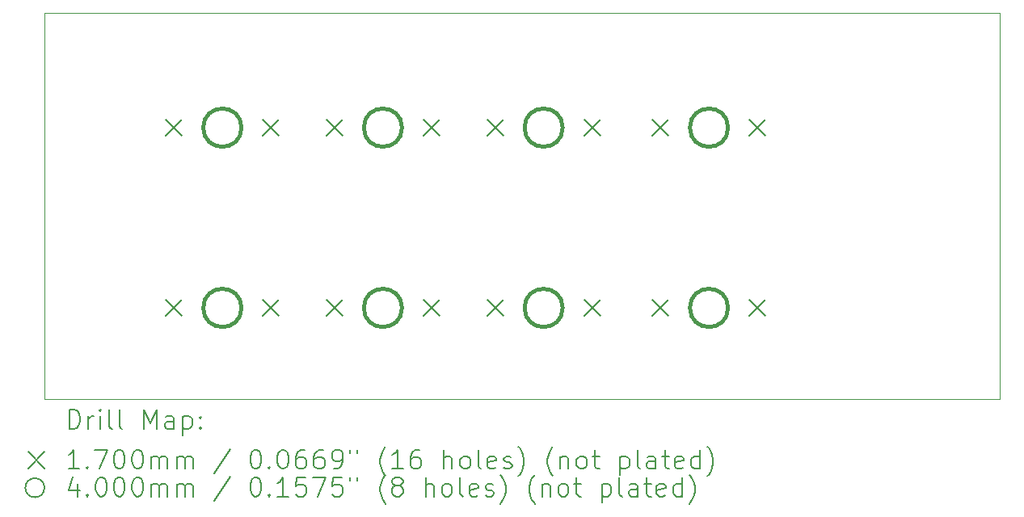
<source format=gbr>
%TF.GenerationSoftware,KiCad,Pcbnew,9.0.2*%
%TF.CreationDate,2025-06-25T22:16:46-04:00*%
%TF.ProjectId,Macropad,4d616372-6f70-4616-942e-6b696361645f,rev?*%
%TF.SameCoordinates,Original*%
%TF.FileFunction,Drillmap*%
%TF.FilePolarity,Positive*%
%FSLAX45Y45*%
G04 Gerber Fmt 4.5, Leading zero omitted, Abs format (unit mm)*
G04 Created by KiCad (PCBNEW 9.0.2) date 2025-06-25 22:16:46*
%MOMM*%
%LPD*%
G01*
G04 APERTURE LIST*
%ADD10C,0.050000*%
%ADD11C,0.200000*%
%ADD12C,0.170000*%
%ADD13C,0.400000*%
G04 APERTURE END LIST*
D10*
X8572500Y-5715000D02*
X18573750Y-5715000D01*
X18573750Y-9763125D01*
X8572500Y-9763125D01*
X8572500Y-5715000D01*
D11*
D12*
X9840875Y-6836500D02*
X10010875Y-7006500D01*
X10010875Y-6836500D02*
X9840875Y-7006500D01*
X9840875Y-8725625D02*
X10010875Y-8895625D01*
X10010875Y-8725625D02*
X9840875Y-8895625D01*
X10856875Y-6836500D02*
X11026875Y-7006500D01*
X11026875Y-6836500D02*
X10856875Y-7006500D01*
X10856875Y-8725625D02*
X11026875Y-8895625D01*
X11026875Y-8725625D02*
X10856875Y-8895625D01*
X11522750Y-6836500D02*
X11692750Y-7006500D01*
X11692750Y-6836500D02*
X11522750Y-7006500D01*
X11522750Y-8725625D02*
X11692750Y-8895625D01*
X11692750Y-8725625D02*
X11522750Y-8895625D01*
X12538750Y-6836500D02*
X12708750Y-7006500D01*
X12708750Y-6836500D02*
X12538750Y-7006500D01*
X12538750Y-8725625D02*
X12708750Y-8895625D01*
X12708750Y-8725625D02*
X12538750Y-8895625D01*
X13206375Y-6836500D02*
X13376375Y-7006500D01*
X13376375Y-6836500D02*
X13206375Y-7006500D01*
X13206375Y-8725625D02*
X13376375Y-8895625D01*
X13376375Y-8725625D02*
X13206375Y-8895625D01*
X14222375Y-6836500D02*
X14392375Y-7006500D01*
X14392375Y-6836500D02*
X14222375Y-7006500D01*
X14222375Y-8725625D02*
X14392375Y-8895625D01*
X14392375Y-8725625D02*
X14222375Y-8895625D01*
X14938500Y-6836500D02*
X15108500Y-7006500D01*
X15108500Y-6836500D02*
X14938500Y-7006500D01*
X14938500Y-8725625D02*
X15108500Y-8895625D01*
X15108500Y-8725625D02*
X14938500Y-8895625D01*
X15954500Y-6836500D02*
X16124500Y-7006500D01*
X16124500Y-6836500D02*
X15954500Y-7006500D01*
X15954500Y-8725625D02*
X16124500Y-8895625D01*
X16124500Y-8725625D02*
X15954500Y-8895625D01*
D13*
X10633875Y-6921500D02*
G75*
G02*
X10233875Y-6921500I-200000J0D01*
G01*
X10233875Y-6921500D02*
G75*
G02*
X10633875Y-6921500I200000J0D01*
G01*
X10633875Y-8810625D02*
G75*
G02*
X10233875Y-8810625I-200000J0D01*
G01*
X10233875Y-8810625D02*
G75*
G02*
X10633875Y-8810625I200000J0D01*
G01*
X12315750Y-6921500D02*
G75*
G02*
X11915750Y-6921500I-200000J0D01*
G01*
X11915750Y-6921500D02*
G75*
G02*
X12315750Y-6921500I200000J0D01*
G01*
X12315750Y-8810625D02*
G75*
G02*
X11915750Y-8810625I-200000J0D01*
G01*
X11915750Y-8810625D02*
G75*
G02*
X12315750Y-8810625I200000J0D01*
G01*
X13999375Y-6921500D02*
G75*
G02*
X13599375Y-6921500I-200000J0D01*
G01*
X13599375Y-6921500D02*
G75*
G02*
X13999375Y-6921500I200000J0D01*
G01*
X13999375Y-8810625D02*
G75*
G02*
X13599375Y-8810625I-200000J0D01*
G01*
X13599375Y-8810625D02*
G75*
G02*
X13999375Y-8810625I200000J0D01*
G01*
X15731500Y-6921500D02*
G75*
G02*
X15331500Y-6921500I-200000J0D01*
G01*
X15331500Y-6921500D02*
G75*
G02*
X15731500Y-6921500I200000J0D01*
G01*
X15731500Y-8810625D02*
G75*
G02*
X15331500Y-8810625I-200000J0D01*
G01*
X15331500Y-8810625D02*
G75*
G02*
X15731500Y-8810625I200000J0D01*
G01*
D11*
X8830777Y-10077109D02*
X8830777Y-9877109D01*
X8830777Y-9877109D02*
X8878396Y-9877109D01*
X8878396Y-9877109D02*
X8906967Y-9886633D01*
X8906967Y-9886633D02*
X8926015Y-9905680D01*
X8926015Y-9905680D02*
X8935539Y-9924728D01*
X8935539Y-9924728D02*
X8945063Y-9962823D01*
X8945063Y-9962823D02*
X8945063Y-9991395D01*
X8945063Y-9991395D02*
X8935539Y-10029490D01*
X8935539Y-10029490D02*
X8926015Y-10048537D01*
X8926015Y-10048537D02*
X8906967Y-10067585D01*
X8906967Y-10067585D02*
X8878396Y-10077109D01*
X8878396Y-10077109D02*
X8830777Y-10077109D01*
X9030777Y-10077109D02*
X9030777Y-9943775D01*
X9030777Y-9981871D02*
X9040301Y-9962823D01*
X9040301Y-9962823D02*
X9049824Y-9953299D01*
X9049824Y-9953299D02*
X9068872Y-9943775D01*
X9068872Y-9943775D02*
X9087920Y-9943775D01*
X9154586Y-10077109D02*
X9154586Y-9943775D01*
X9154586Y-9877109D02*
X9145063Y-9886633D01*
X9145063Y-9886633D02*
X9154586Y-9896156D01*
X9154586Y-9896156D02*
X9164110Y-9886633D01*
X9164110Y-9886633D02*
X9154586Y-9877109D01*
X9154586Y-9877109D02*
X9154586Y-9896156D01*
X9278396Y-10077109D02*
X9259348Y-10067585D01*
X9259348Y-10067585D02*
X9249824Y-10048537D01*
X9249824Y-10048537D02*
X9249824Y-9877109D01*
X9383158Y-10077109D02*
X9364110Y-10067585D01*
X9364110Y-10067585D02*
X9354586Y-10048537D01*
X9354586Y-10048537D02*
X9354586Y-9877109D01*
X9611729Y-10077109D02*
X9611729Y-9877109D01*
X9611729Y-9877109D02*
X9678396Y-10019966D01*
X9678396Y-10019966D02*
X9745063Y-9877109D01*
X9745063Y-9877109D02*
X9745063Y-10077109D01*
X9926015Y-10077109D02*
X9926015Y-9972347D01*
X9926015Y-9972347D02*
X9916491Y-9953299D01*
X9916491Y-9953299D02*
X9897444Y-9943775D01*
X9897444Y-9943775D02*
X9859348Y-9943775D01*
X9859348Y-9943775D02*
X9840301Y-9953299D01*
X9926015Y-10067585D02*
X9906967Y-10077109D01*
X9906967Y-10077109D02*
X9859348Y-10077109D01*
X9859348Y-10077109D02*
X9840301Y-10067585D01*
X9840301Y-10067585D02*
X9830777Y-10048537D01*
X9830777Y-10048537D02*
X9830777Y-10029490D01*
X9830777Y-10029490D02*
X9840301Y-10010442D01*
X9840301Y-10010442D02*
X9859348Y-10000918D01*
X9859348Y-10000918D02*
X9906967Y-10000918D01*
X9906967Y-10000918D02*
X9926015Y-9991395D01*
X10021253Y-9943775D02*
X10021253Y-10143775D01*
X10021253Y-9953299D02*
X10040301Y-9943775D01*
X10040301Y-9943775D02*
X10078396Y-9943775D01*
X10078396Y-9943775D02*
X10097444Y-9953299D01*
X10097444Y-9953299D02*
X10106967Y-9962823D01*
X10106967Y-9962823D02*
X10116491Y-9981871D01*
X10116491Y-9981871D02*
X10116491Y-10039014D01*
X10116491Y-10039014D02*
X10106967Y-10058061D01*
X10106967Y-10058061D02*
X10097444Y-10067585D01*
X10097444Y-10067585D02*
X10078396Y-10077109D01*
X10078396Y-10077109D02*
X10040301Y-10077109D01*
X10040301Y-10077109D02*
X10021253Y-10067585D01*
X10202205Y-10058061D02*
X10211729Y-10067585D01*
X10211729Y-10067585D02*
X10202205Y-10077109D01*
X10202205Y-10077109D02*
X10192682Y-10067585D01*
X10192682Y-10067585D02*
X10202205Y-10058061D01*
X10202205Y-10058061D02*
X10202205Y-10077109D01*
X10202205Y-9953299D02*
X10211729Y-9962823D01*
X10211729Y-9962823D02*
X10202205Y-9972347D01*
X10202205Y-9972347D02*
X10192682Y-9962823D01*
X10192682Y-9962823D02*
X10202205Y-9953299D01*
X10202205Y-9953299D02*
X10202205Y-9972347D01*
D12*
X8400000Y-10320625D02*
X8570000Y-10490625D01*
X8570000Y-10320625D02*
X8400000Y-10490625D01*
D11*
X8935539Y-10497109D02*
X8821253Y-10497109D01*
X8878396Y-10497109D02*
X8878396Y-10297109D01*
X8878396Y-10297109D02*
X8859348Y-10325680D01*
X8859348Y-10325680D02*
X8840301Y-10344728D01*
X8840301Y-10344728D02*
X8821253Y-10354252D01*
X9021253Y-10478061D02*
X9030777Y-10487585D01*
X9030777Y-10487585D02*
X9021253Y-10497109D01*
X9021253Y-10497109D02*
X9011729Y-10487585D01*
X9011729Y-10487585D02*
X9021253Y-10478061D01*
X9021253Y-10478061D02*
X9021253Y-10497109D01*
X9097444Y-10297109D02*
X9230777Y-10297109D01*
X9230777Y-10297109D02*
X9145063Y-10497109D01*
X9345063Y-10297109D02*
X9364110Y-10297109D01*
X9364110Y-10297109D02*
X9383158Y-10306633D01*
X9383158Y-10306633D02*
X9392682Y-10316156D01*
X9392682Y-10316156D02*
X9402205Y-10335204D01*
X9402205Y-10335204D02*
X9411729Y-10373299D01*
X9411729Y-10373299D02*
X9411729Y-10420918D01*
X9411729Y-10420918D02*
X9402205Y-10459014D01*
X9402205Y-10459014D02*
X9392682Y-10478061D01*
X9392682Y-10478061D02*
X9383158Y-10487585D01*
X9383158Y-10487585D02*
X9364110Y-10497109D01*
X9364110Y-10497109D02*
X9345063Y-10497109D01*
X9345063Y-10497109D02*
X9326015Y-10487585D01*
X9326015Y-10487585D02*
X9316491Y-10478061D01*
X9316491Y-10478061D02*
X9306967Y-10459014D01*
X9306967Y-10459014D02*
X9297444Y-10420918D01*
X9297444Y-10420918D02*
X9297444Y-10373299D01*
X9297444Y-10373299D02*
X9306967Y-10335204D01*
X9306967Y-10335204D02*
X9316491Y-10316156D01*
X9316491Y-10316156D02*
X9326015Y-10306633D01*
X9326015Y-10306633D02*
X9345063Y-10297109D01*
X9535539Y-10297109D02*
X9554586Y-10297109D01*
X9554586Y-10297109D02*
X9573634Y-10306633D01*
X9573634Y-10306633D02*
X9583158Y-10316156D01*
X9583158Y-10316156D02*
X9592682Y-10335204D01*
X9592682Y-10335204D02*
X9602205Y-10373299D01*
X9602205Y-10373299D02*
X9602205Y-10420918D01*
X9602205Y-10420918D02*
X9592682Y-10459014D01*
X9592682Y-10459014D02*
X9583158Y-10478061D01*
X9583158Y-10478061D02*
X9573634Y-10487585D01*
X9573634Y-10487585D02*
X9554586Y-10497109D01*
X9554586Y-10497109D02*
X9535539Y-10497109D01*
X9535539Y-10497109D02*
X9516491Y-10487585D01*
X9516491Y-10487585D02*
X9506967Y-10478061D01*
X9506967Y-10478061D02*
X9497444Y-10459014D01*
X9497444Y-10459014D02*
X9487920Y-10420918D01*
X9487920Y-10420918D02*
X9487920Y-10373299D01*
X9487920Y-10373299D02*
X9497444Y-10335204D01*
X9497444Y-10335204D02*
X9506967Y-10316156D01*
X9506967Y-10316156D02*
X9516491Y-10306633D01*
X9516491Y-10306633D02*
X9535539Y-10297109D01*
X9687920Y-10497109D02*
X9687920Y-10363775D01*
X9687920Y-10382823D02*
X9697444Y-10373299D01*
X9697444Y-10373299D02*
X9716491Y-10363775D01*
X9716491Y-10363775D02*
X9745063Y-10363775D01*
X9745063Y-10363775D02*
X9764110Y-10373299D01*
X9764110Y-10373299D02*
X9773634Y-10392347D01*
X9773634Y-10392347D02*
X9773634Y-10497109D01*
X9773634Y-10392347D02*
X9783158Y-10373299D01*
X9783158Y-10373299D02*
X9802205Y-10363775D01*
X9802205Y-10363775D02*
X9830777Y-10363775D01*
X9830777Y-10363775D02*
X9849825Y-10373299D01*
X9849825Y-10373299D02*
X9859348Y-10392347D01*
X9859348Y-10392347D02*
X9859348Y-10497109D01*
X9954586Y-10497109D02*
X9954586Y-10363775D01*
X9954586Y-10382823D02*
X9964110Y-10373299D01*
X9964110Y-10373299D02*
X9983158Y-10363775D01*
X9983158Y-10363775D02*
X10011729Y-10363775D01*
X10011729Y-10363775D02*
X10030777Y-10373299D01*
X10030777Y-10373299D02*
X10040301Y-10392347D01*
X10040301Y-10392347D02*
X10040301Y-10497109D01*
X10040301Y-10392347D02*
X10049825Y-10373299D01*
X10049825Y-10373299D02*
X10068872Y-10363775D01*
X10068872Y-10363775D02*
X10097444Y-10363775D01*
X10097444Y-10363775D02*
X10116491Y-10373299D01*
X10116491Y-10373299D02*
X10126015Y-10392347D01*
X10126015Y-10392347D02*
X10126015Y-10497109D01*
X10516491Y-10287585D02*
X10345063Y-10544728D01*
X10773634Y-10297109D02*
X10792682Y-10297109D01*
X10792682Y-10297109D02*
X10811729Y-10306633D01*
X10811729Y-10306633D02*
X10821253Y-10316156D01*
X10821253Y-10316156D02*
X10830777Y-10335204D01*
X10830777Y-10335204D02*
X10840301Y-10373299D01*
X10840301Y-10373299D02*
X10840301Y-10420918D01*
X10840301Y-10420918D02*
X10830777Y-10459014D01*
X10830777Y-10459014D02*
X10821253Y-10478061D01*
X10821253Y-10478061D02*
X10811729Y-10487585D01*
X10811729Y-10487585D02*
X10792682Y-10497109D01*
X10792682Y-10497109D02*
X10773634Y-10497109D01*
X10773634Y-10497109D02*
X10754587Y-10487585D01*
X10754587Y-10487585D02*
X10745063Y-10478061D01*
X10745063Y-10478061D02*
X10735539Y-10459014D01*
X10735539Y-10459014D02*
X10726015Y-10420918D01*
X10726015Y-10420918D02*
X10726015Y-10373299D01*
X10726015Y-10373299D02*
X10735539Y-10335204D01*
X10735539Y-10335204D02*
X10745063Y-10316156D01*
X10745063Y-10316156D02*
X10754587Y-10306633D01*
X10754587Y-10306633D02*
X10773634Y-10297109D01*
X10926015Y-10478061D02*
X10935539Y-10487585D01*
X10935539Y-10487585D02*
X10926015Y-10497109D01*
X10926015Y-10497109D02*
X10916491Y-10487585D01*
X10916491Y-10487585D02*
X10926015Y-10478061D01*
X10926015Y-10478061D02*
X10926015Y-10497109D01*
X11059348Y-10297109D02*
X11078396Y-10297109D01*
X11078396Y-10297109D02*
X11097444Y-10306633D01*
X11097444Y-10306633D02*
X11106968Y-10316156D01*
X11106968Y-10316156D02*
X11116491Y-10335204D01*
X11116491Y-10335204D02*
X11126015Y-10373299D01*
X11126015Y-10373299D02*
X11126015Y-10420918D01*
X11126015Y-10420918D02*
X11116491Y-10459014D01*
X11116491Y-10459014D02*
X11106968Y-10478061D01*
X11106968Y-10478061D02*
X11097444Y-10487585D01*
X11097444Y-10487585D02*
X11078396Y-10497109D01*
X11078396Y-10497109D02*
X11059348Y-10497109D01*
X11059348Y-10497109D02*
X11040301Y-10487585D01*
X11040301Y-10487585D02*
X11030777Y-10478061D01*
X11030777Y-10478061D02*
X11021253Y-10459014D01*
X11021253Y-10459014D02*
X11011729Y-10420918D01*
X11011729Y-10420918D02*
X11011729Y-10373299D01*
X11011729Y-10373299D02*
X11021253Y-10335204D01*
X11021253Y-10335204D02*
X11030777Y-10316156D01*
X11030777Y-10316156D02*
X11040301Y-10306633D01*
X11040301Y-10306633D02*
X11059348Y-10297109D01*
X11297444Y-10297109D02*
X11259348Y-10297109D01*
X11259348Y-10297109D02*
X11240301Y-10306633D01*
X11240301Y-10306633D02*
X11230777Y-10316156D01*
X11230777Y-10316156D02*
X11211729Y-10344728D01*
X11211729Y-10344728D02*
X11202206Y-10382823D01*
X11202206Y-10382823D02*
X11202206Y-10459014D01*
X11202206Y-10459014D02*
X11211729Y-10478061D01*
X11211729Y-10478061D02*
X11221253Y-10487585D01*
X11221253Y-10487585D02*
X11240301Y-10497109D01*
X11240301Y-10497109D02*
X11278396Y-10497109D01*
X11278396Y-10497109D02*
X11297444Y-10487585D01*
X11297444Y-10487585D02*
X11306967Y-10478061D01*
X11306967Y-10478061D02*
X11316491Y-10459014D01*
X11316491Y-10459014D02*
X11316491Y-10411395D01*
X11316491Y-10411395D02*
X11306967Y-10392347D01*
X11306967Y-10392347D02*
X11297444Y-10382823D01*
X11297444Y-10382823D02*
X11278396Y-10373299D01*
X11278396Y-10373299D02*
X11240301Y-10373299D01*
X11240301Y-10373299D02*
X11221253Y-10382823D01*
X11221253Y-10382823D02*
X11211729Y-10392347D01*
X11211729Y-10392347D02*
X11202206Y-10411395D01*
X11487920Y-10297109D02*
X11449825Y-10297109D01*
X11449825Y-10297109D02*
X11430777Y-10306633D01*
X11430777Y-10306633D02*
X11421253Y-10316156D01*
X11421253Y-10316156D02*
X11402206Y-10344728D01*
X11402206Y-10344728D02*
X11392682Y-10382823D01*
X11392682Y-10382823D02*
X11392682Y-10459014D01*
X11392682Y-10459014D02*
X11402206Y-10478061D01*
X11402206Y-10478061D02*
X11411729Y-10487585D01*
X11411729Y-10487585D02*
X11430777Y-10497109D01*
X11430777Y-10497109D02*
X11468872Y-10497109D01*
X11468872Y-10497109D02*
X11487920Y-10487585D01*
X11487920Y-10487585D02*
X11497444Y-10478061D01*
X11497444Y-10478061D02*
X11506967Y-10459014D01*
X11506967Y-10459014D02*
X11506967Y-10411395D01*
X11506967Y-10411395D02*
X11497444Y-10392347D01*
X11497444Y-10392347D02*
X11487920Y-10382823D01*
X11487920Y-10382823D02*
X11468872Y-10373299D01*
X11468872Y-10373299D02*
X11430777Y-10373299D01*
X11430777Y-10373299D02*
X11411729Y-10382823D01*
X11411729Y-10382823D02*
X11402206Y-10392347D01*
X11402206Y-10392347D02*
X11392682Y-10411395D01*
X11602206Y-10497109D02*
X11640301Y-10497109D01*
X11640301Y-10497109D02*
X11659348Y-10487585D01*
X11659348Y-10487585D02*
X11668872Y-10478061D01*
X11668872Y-10478061D02*
X11687920Y-10449490D01*
X11687920Y-10449490D02*
X11697444Y-10411395D01*
X11697444Y-10411395D02*
X11697444Y-10335204D01*
X11697444Y-10335204D02*
X11687920Y-10316156D01*
X11687920Y-10316156D02*
X11678396Y-10306633D01*
X11678396Y-10306633D02*
X11659348Y-10297109D01*
X11659348Y-10297109D02*
X11621253Y-10297109D01*
X11621253Y-10297109D02*
X11602206Y-10306633D01*
X11602206Y-10306633D02*
X11592682Y-10316156D01*
X11592682Y-10316156D02*
X11583158Y-10335204D01*
X11583158Y-10335204D02*
X11583158Y-10382823D01*
X11583158Y-10382823D02*
X11592682Y-10401871D01*
X11592682Y-10401871D02*
X11602206Y-10411395D01*
X11602206Y-10411395D02*
X11621253Y-10420918D01*
X11621253Y-10420918D02*
X11659348Y-10420918D01*
X11659348Y-10420918D02*
X11678396Y-10411395D01*
X11678396Y-10411395D02*
X11687920Y-10401871D01*
X11687920Y-10401871D02*
X11697444Y-10382823D01*
X11773634Y-10297109D02*
X11773634Y-10335204D01*
X11849825Y-10297109D02*
X11849825Y-10335204D01*
X12145063Y-10573299D02*
X12135539Y-10563775D01*
X12135539Y-10563775D02*
X12116491Y-10535204D01*
X12116491Y-10535204D02*
X12106968Y-10516156D01*
X12106968Y-10516156D02*
X12097444Y-10487585D01*
X12097444Y-10487585D02*
X12087920Y-10439966D01*
X12087920Y-10439966D02*
X12087920Y-10401871D01*
X12087920Y-10401871D02*
X12097444Y-10354252D01*
X12097444Y-10354252D02*
X12106968Y-10325680D01*
X12106968Y-10325680D02*
X12116491Y-10306633D01*
X12116491Y-10306633D02*
X12135539Y-10278061D01*
X12135539Y-10278061D02*
X12145063Y-10268537D01*
X12326015Y-10497109D02*
X12211729Y-10497109D01*
X12268872Y-10497109D02*
X12268872Y-10297109D01*
X12268872Y-10297109D02*
X12249825Y-10325680D01*
X12249825Y-10325680D02*
X12230777Y-10344728D01*
X12230777Y-10344728D02*
X12211729Y-10354252D01*
X12497444Y-10297109D02*
X12459348Y-10297109D01*
X12459348Y-10297109D02*
X12440301Y-10306633D01*
X12440301Y-10306633D02*
X12430777Y-10316156D01*
X12430777Y-10316156D02*
X12411729Y-10344728D01*
X12411729Y-10344728D02*
X12402206Y-10382823D01*
X12402206Y-10382823D02*
X12402206Y-10459014D01*
X12402206Y-10459014D02*
X12411729Y-10478061D01*
X12411729Y-10478061D02*
X12421253Y-10487585D01*
X12421253Y-10487585D02*
X12440301Y-10497109D01*
X12440301Y-10497109D02*
X12478396Y-10497109D01*
X12478396Y-10497109D02*
X12497444Y-10487585D01*
X12497444Y-10487585D02*
X12506968Y-10478061D01*
X12506968Y-10478061D02*
X12516491Y-10459014D01*
X12516491Y-10459014D02*
X12516491Y-10411395D01*
X12516491Y-10411395D02*
X12506968Y-10392347D01*
X12506968Y-10392347D02*
X12497444Y-10382823D01*
X12497444Y-10382823D02*
X12478396Y-10373299D01*
X12478396Y-10373299D02*
X12440301Y-10373299D01*
X12440301Y-10373299D02*
X12421253Y-10382823D01*
X12421253Y-10382823D02*
X12411729Y-10392347D01*
X12411729Y-10392347D02*
X12402206Y-10411395D01*
X12754587Y-10497109D02*
X12754587Y-10297109D01*
X12840301Y-10497109D02*
X12840301Y-10392347D01*
X12840301Y-10392347D02*
X12830777Y-10373299D01*
X12830777Y-10373299D02*
X12811730Y-10363775D01*
X12811730Y-10363775D02*
X12783158Y-10363775D01*
X12783158Y-10363775D02*
X12764110Y-10373299D01*
X12764110Y-10373299D02*
X12754587Y-10382823D01*
X12964110Y-10497109D02*
X12945063Y-10487585D01*
X12945063Y-10487585D02*
X12935539Y-10478061D01*
X12935539Y-10478061D02*
X12926015Y-10459014D01*
X12926015Y-10459014D02*
X12926015Y-10401871D01*
X12926015Y-10401871D02*
X12935539Y-10382823D01*
X12935539Y-10382823D02*
X12945063Y-10373299D01*
X12945063Y-10373299D02*
X12964110Y-10363775D01*
X12964110Y-10363775D02*
X12992682Y-10363775D01*
X12992682Y-10363775D02*
X13011730Y-10373299D01*
X13011730Y-10373299D02*
X13021253Y-10382823D01*
X13021253Y-10382823D02*
X13030777Y-10401871D01*
X13030777Y-10401871D02*
X13030777Y-10459014D01*
X13030777Y-10459014D02*
X13021253Y-10478061D01*
X13021253Y-10478061D02*
X13011730Y-10487585D01*
X13011730Y-10487585D02*
X12992682Y-10497109D01*
X12992682Y-10497109D02*
X12964110Y-10497109D01*
X13145063Y-10497109D02*
X13126015Y-10487585D01*
X13126015Y-10487585D02*
X13116491Y-10468537D01*
X13116491Y-10468537D02*
X13116491Y-10297109D01*
X13297444Y-10487585D02*
X13278396Y-10497109D01*
X13278396Y-10497109D02*
X13240301Y-10497109D01*
X13240301Y-10497109D02*
X13221253Y-10487585D01*
X13221253Y-10487585D02*
X13211730Y-10468537D01*
X13211730Y-10468537D02*
X13211730Y-10392347D01*
X13211730Y-10392347D02*
X13221253Y-10373299D01*
X13221253Y-10373299D02*
X13240301Y-10363775D01*
X13240301Y-10363775D02*
X13278396Y-10363775D01*
X13278396Y-10363775D02*
X13297444Y-10373299D01*
X13297444Y-10373299D02*
X13306968Y-10392347D01*
X13306968Y-10392347D02*
X13306968Y-10411395D01*
X13306968Y-10411395D02*
X13211730Y-10430442D01*
X13383158Y-10487585D02*
X13402206Y-10497109D01*
X13402206Y-10497109D02*
X13440301Y-10497109D01*
X13440301Y-10497109D02*
X13459349Y-10487585D01*
X13459349Y-10487585D02*
X13468872Y-10468537D01*
X13468872Y-10468537D02*
X13468872Y-10459014D01*
X13468872Y-10459014D02*
X13459349Y-10439966D01*
X13459349Y-10439966D02*
X13440301Y-10430442D01*
X13440301Y-10430442D02*
X13411730Y-10430442D01*
X13411730Y-10430442D02*
X13392682Y-10420918D01*
X13392682Y-10420918D02*
X13383158Y-10401871D01*
X13383158Y-10401871D02*
X13383158Y-10392347D01*
X13383158Y-10392347D02*
X13392682Y-10373299D01*
X13392682Y-10373299D02*
X13411730Y-10363775D01*
X13411730Y-10363775D02*
X13440301Y-10363775D01*
X13440301Y-10363775D02*
X13459349Y-10373299D01*
X13535539Y-10573299D02*
X13545063Y-10563775D01*
X13545063Y-10563775D02*
X13564111Y-10535204D01*
X13564111Y-10535204D02*
X13573634Y-10516156D01*
X13573634Y-10516156D02*
X13583158Y-10487585D01*
X13583158Y-10487585D02*
X13592682Y-10439966D01*
X13592682Y-10439966D02*
X13592682Y-10401871D01*
X13592682Y-10401871D02*
X13583158Y-10354252D01*
X13583158Y-10354252D02*
X13573634Y-10325680D01*
X13573634Y-10325680D02*
X13564111Y-10306633D01*
X13564111Y-10306633D02*
X13545063Y-10278061D01*
X13545063Y-10278061D02*
X13535539Y-10268537D01*
X13897444Y-10573299D02*
X13887920Y-10563775D01*
X13887920Y-10563775D02*
X13868872Y-10535204D01*
X13868872Y-10535204D02*
X13859349Y-10516156D01*
X13859349Y-10516156D02*
X13849825Y-10487585D01*
X13849825Y-10487585D02*
X13840301Y-10439966D01*
X13840301Y-10439966D02*
X13840301Y-10401871D01*
X13840301Y-10401871D02*
X13849825Y-10354252D01*
X13849825Y-10354252D02*
X13859349Y-10325680D01*
X13859349Y-10325680D02*
X13868872Y-10306633D01*
X13868872Y-10306633D02*
X13887920Y-10278061D01*
X13887920Y-10278061D02*
X13897444Y-10268537D01*
X13973634Y-10363775D02*
X13973634Y-10497109D01*
X13973634Y-10382823D02*
X13983158Y-10373299D01*
X13983158Y-10373299D02*
X14002206Y-10363775D01*
X14002206Y-10363775D02*
X14030777Y-10363775D01*
X14030777Y-10363775D02*
X14049825Y-10373299D01*
X14049825Y-10373299D02*
X14059349Y-10392347D01*
X14059349Y-10392347D02*
X14059349Y-10497109D01*
X14183158Y-10497109D02*
X14164111Y-10487585D01*
X14164111Y-10487585D02*
X14154587Y-10478061D01*
X14154587Y-10478061D02*
X14145063Y-10459014D01*
X14145063Y-10459014D02*
X14145063Y-10401871D01*
X14145063Y-10401871D02*
X14154587Y-10382823D01*
X14154587Y-10382823D02*
X14164111Y-10373299D01*
X14164111Y-10373299D02*
X14183158Y-10363775D01*
X14183158Y-10363775D02*
X14211730Y-10363775D01*
X14211730Y-10363775D02*
X14230777Y-10373299D01*
X14230777Y-10373299D02*
X14240301Y-10382823D01*
X14240301Y-10382823D02*
X14249825Y-10401871D01*
X14249825Y-10401871D02*
X14249825Y-10459014D01*
X14249825Y-10459014D02*
X14240301Y-10478061D01*
X14240301Y-10478061D02*
X14230777Y-10487585D01*
X14230777Y-10487585D02*
X14211730Y-10497109D01*
X14211730Y-10497109D02*
X14183158Y-10497109D01*
X14306968Y-10363775D02*
X14383158Y-10363775D01*
X14335539Y-10297109D02*
X14335539Y-10468537D01*
X14335539Y-10468537D02*
X14345063Y-10487585D01*
X14345063Y-10487585D02*
X14364111Y-10497109D01*
X14364111Y-10497109D02*
X14383158Y-10497109D01*
X14602206Y-10363775D02*
X14602206Y-10563775D01*
X14602206Y-10373299D02*
X14621253Y-10363775D01*
X14621253Y-10363775D02*
X14659349Y-10363775D01*
X14659349Y-10363775D02*
X14678396Y-10373299D01*
X14678396Y-10373299D02*
X14687920Y-10382823D01*
X14687920Y-10382823D02*
X14697444Y-10401871D01*
X14697444Y-10401871D02*
X14697444Y-10459014D01*
X14697444Y-10459014D02*
X14687920Y-10478061D01*
X14687920Y-10478061D02*
X14678396Y-10487585D01*
X14678396Y-10487585D02*
X14659349Y-10497109D01*
X14659349Y-10497109D02*
X14621253Y-10497109D01*
X14621253Y-10497109D02*
X14602206Y-10487585D01*
X14811730Y-10497109D02*
X14792682Y-10487585D01*
X14792682Y-10487585D02*
X14783158Y-10468537D01*
X14783158Y-10468537D02*
X14783158Y-10297109D01*
X14973634Y-10497109D02*
X14973634Y-10392347D01*
X14973634Y-10392347D02*
X14964111Y-10373299D01*
X14964111Y-10373299D02*
X14945063Y-10363775D01*
X14945063Y-10363775D02*
X14906968Y-10363775D01*
X14906968Y-10363775D02*
X14887920Y-10373299D01*
X14973634Y-10487585D02*
X14954587Y-10497109D01*
X14954587Y-10497109D02*
X14906968Y-10497109D01*
X14906968Y-10497109D02*
X14887920Y-10487585D01*
X14887920Y-10487585D02*
X14878396Y-10468537D01*
X14878396Y-10468537D02*
X14878396Y-10449490D01*
X14878396Y-10449490D02*
X14887920Y-10430442D01*
X14887920Y-10430442D02*
X14906968Y-10420918D01*
X14906968Y-10420918D02*
X14954587Y-10420918D01*
X14954587Y-10420918D02*
X14973634Y-10411395D01*
X15040301Y-10363775D02*
X15116492Y-10363775D01*
X15068873Y-10297109D02*
X15068873Y-10468537D01*
X15068873Y-10468537D02*
X15078396Y-10487585D01*
X15078396Y-10487585D02*
X15097444Y-10497109D01*
X15097444Y-10497109D02*
X15116492Y-10497109D01*
X15259349Y-10487585D02*
X15240301Y-10497109D01*
X15240301Y-10497109D02*
X15202206Y-10497109D01*
X15202206Y-10497109D02*
X15183158Y-10487585D01*
X15183158Y-10487585D02*
X15173634Y-10468537D01*
X15173634Y-10468537D02*
X15173634Y-10392347D01*
X15173634Y-10392347D02*
X15183158Y-10373299D01*
X15183158Y-10373299D02*
X15202206Y-10363775D01*
X15202206Y-10363775D02*
X15240301Y-10363775D01*
X15240301Y-10363775D02*
X15259349Y-10373299D01*
X15259349Y-10373299D02*
X15268873Y-10392347D01*
X15268873Y-10392347D02*
X15268873Y-10411395D01*
X15268873Y-10411395D02*
X15173634Y-10430442D01*
X15440301Y-10497109D02*
X15440301Y-10297109D01*
X15440301Y-10487585D02*
X15421254Y-10497109D01*
X15421254Y-10497109D02*
X15383158Y-10497109D01*
X15383158Y-10497109D02*
X15364111Y-10487585D01*
X15364111Y-10487585D02*
X15354587Y-10478061D01*
X15354587Y-10478061D02*
X15345063Y-10459014D01*
X15345063Y-10459014D02*
X15345063Y-10401871D01*
X15345063Y-10401871D02*
X15354587Y-10382823D01*
X15354587Y-10382823D02*
X15364111Y-10373299D01*
X15364111Y-10373299D02*
X15383158Y-10363775D01*
X15383158Y-10363775D02*
X15421254Y-10363775D01*
X15421254Y-10363775D02*
X15440301Y-10373299D01*
X15516492Y-10573299D02*
X15526015Y-10563775D01*
X15526015Y-10563775D02*
X15545063Y-10535204D01*
X15545063Y-10535204D02*
X15554587Y-10516156D01*
X15554587Y-10516156D02*
X15564111Y-10487585D01*
X15564111Y-10487585D02*
X15573634Y-10439966D01*
X15573634Y-10439966D02*
X15573634Y-10401871D01*
X15573634Y-10401871D02*
X15564111Y-10354252D01*
X15564111Y-10354252D02*
X15554587Y-10325680D01*
X15554587Y-10325680D02*
X15545063Y-10306633D01*
X15545063Y-10306633D02*
X15526015Y-10278061D01*
X15526015Y-10278061D02*
X15516492Y-10268537D01*
X8570000Y-10695625D02*
G75*
G02*
X8370000Y-10695625I-100000J0D01*
G01*
X8370000Y-10695625D02*
G75*
G02*
X8570000Y-10695625I100000J0D01*
G01*
X8916491Y-10653775D02*
X8916491Y-10787109D01*
X8868872Y-10577585D02*
X8821253Y-10720442D01*
X8821253Y-10720442D02*
X8945063Y-10720442D01*
X9021253Y-10768061D02*
X9030777Y-10777585D01*
X9030777Y-10777585D02*
X9021253Y-10787109D01*
X9021253Y-10787109D02*
X9011729Y-10777585D01*
X9011729Y-10777585D02*
X9021253Y-10768061D01*
X9021253Y-10768061D02*
X9021253Y-10787109D01*
X9154586Y-10587109D02*
X9173634Y-10587109D01*
X9173634Y-10587109D02*
X9192682Y-10596633D01*
X9192682Y-10596633D02*
X9202205Y-10606156D01*
X9202205Y-10606156D02*
X9211729Y-10625204D01*
X9211729Y-10625204D02*
X9221253Y-10663299D01*
X9221253Y-10663299D02*
X9221253Y-10710918D01*
X9221253Y-10710918D02*
X9211729Y-10749014D01*
X9211729Y-10749014D02*
X9202205Y-10768061D01*
X9202205Y-10768061D02*
X9192682Y-10777585D01*
X9192682Y-10777585D02*
X9173634Y-10787109D01*
X9173634Y-10787109D02*
X9154586Y-10787109D01*
X9154586Y-10787109D02*
X9135539Y-10777585D01*
X9135539Y-10777585D02*
X9126015Y-10768061D01*
X9126015Y-10768061D02*
X9116491Y-10749014D01*
X9116491Y-10749014D02*
X9106967Y-10710918D01*
X9106967Y-10710918D02*
X9106967Y-10663299D01*
X9106967Y-10663299D02*
X9116491Y-10625204D01*
X9116491Y-10625204D02*
X9126015Y-10606156D01*
X9126015Y-10606156D02*
X9135539Y-10596633D01*
X9135539Y-10596633D02*
X9154586Y-10587109D01*
X9345063Y-10587109D02*
X9364110Y-10587109D01*
X9364110Y-10587109D02*
X9383158Y-10596633D01*
X9383158Y-10596633D02*
X9392682Y-10606156D01*
X9392682Y-10606156D02*
X9402205Y-10625204D01*
X9402205Y-10625204D02*
X9411729Y-10663299D01*
X9411729Y-10663299D02*
X9411729Y-10710918D01*
X9411729Y-10710918D02*
X9402205Y-10749014D01*
X9402205Y-10749014D02*
X9392682Y-10768061D01*
X9392682Y-10768061D02*
X9383158Y-10777585D01*
X9383158Y-10777585D02*
X9364110Y-10787109D01*
X9364110Y-10787109D02*
X9345063Y-10787109D01*
X9345063Y-10787109D02*
X9326015Y-10777585D01*
X9326015Y-10777585D02*
X9316491Y-10768061D01*
X9316491Y-10768061D02*
X9306967Y-10749014D01*
X9306967Y-10749014D02*
X9297444Y-10710918D01*
X9297444Y-10710918D02*
X9297444Y-10663299D01*
X9297444Y-10663299D02*
X9306967Y-10625204D01*
X9306967Y-10625204D02*
X9316491Y-10606156D01*
X9316491Y-10606156D02*
X9326015Y-10596633D01*
X9326015Y-10596633D02*
X9345063Y-10587109D01*
X9535539Y-10587109D02*
X9554586Y-10587109D01*
X9554586Y-10587109D02*
X9573634Y-10596633D01*
X9573634Y-10596633D02*
X9583158Y-10606156D01*
X9583158Y-10606156D02*
X9592682Y-10625204D01*
X9592682Y-10625204D02*
X9602205Y-10663299D01*
X9602205Y-10663299D02*
X9602205Y-10710918D01*
X9602205Y-10710918D02*
X9592682Y-10749014D01*
X9592682Y-10749014D02*
X9583158Y-10768061D01*
X9583158Y-10768061D02*
X9573634Y-10777585D01*
X9573634Y-10777585D02*
X9554586Y-10787109D01*
X9554586Y-10787109D02*
X9535539Y-10787109D01*
X9535539Y-10787109D02*
X9516491Y-10777585D01*
X9516491Y-10777585D02*
X9506967Y-10768061D01*
X9506967Y-10768061D02*
X9497444Y-10749014D01*
X9497444Y-10749014D02*
X9487920Y-10710918D01*
X9487920Y-10710918D02*
X9487920Y-10663299D01*
X9487920Y-10663299D02*
X9497444Y-10625204D01*
X9497444Y-10625204D02*
X9506967Y-10606156D01*
X9506967Y-10606156D02*
X9516491Y-10596633D01*
X9516491Y-10596633D02*
X9535539Y-10587109D01*
X9687920Y-10787109D02*
X9687920Y-10653775D01*
X9687920Y-10672823D02*
X9697444Y-10663299D01*
X9697444Y-10663299D02*
X9716491Y-10653775D01*
X9716491Y-10653775D02*
X9745063Y-10653775D01*
X9745063Y-10653775D02*
X9764110Y-10663299D01*
X9764110Y-10663299D02*
X9773634Y-10682347D01*
X9773634Y-10682347D02*
X9773634Y-10787109D01*
X9773634Y-10682347D02*
X9783158Y-10663299D01*
X9783158Y-10663299D02*
X9802205Y-10653775D01*
X9802205Y-10653775D02*
X9830777Y-10653775D01*
X9830777Y-10653775D02*
X9849825Y-10663299D01*
X9849825Y-10663299D02*
X9859348Y-10682347D01*
X9859348Y-10682347D02*
X9859348Y-10787109D01*
X9954586Y-10787109D02*
X9954586Y-10653775D01*
X9954586Y-10672823D02*
X9964110Y-10663299D01*
X9964110Y-10663299D02*
X9983158Y-10653775D01*
X9983158Y-10653775D02*
X10011729Y-10653775D01*
X10011729Y-10653775D02*
X10030777Y-10663299D01*
X10030777Y-10663299D02*
X10040301Y-10682347D01*
X10040301Y-10682347D02*
X10040301Y-10787109D01*
X10040301Y-10682347D02*
X10049825Y-10663299D01*
X10049825Y-10663299D02*
X10068872Y-10653775D01*
X10068872Y-10653775D02*
X10097444Y-10653775D01*
X10097444Y-10653775D02*
X10116491Y-10663299D01*
X10116491Y-10663299D02*
X10126015Y-10682347D01*
X10126015Y-10682347D02*
X10126015Y-10787109D01*
X10516491Y-10577585D02*
X10345063Y-10834728D01*
X10773634Y-10587109D02*
X10792682Y-10587109D01*
X10792682Y-10587109D02*
X10811729Y-10596633D01*
X10811729Y-10596633D02*
X10821253Y-10606156D01*
X10821253Y-10606156D02*
X10830777Y-10625204D01*
X10830777Y-10625204D02*
X10840301Y-10663299D01*
X10840301Y-10663299D02*
X10840301Y-10710918D01*
X10840301Y-10710918D02*
X10830777Y-10749014D01*
X10830777Y-10749014D02*
X10821253Y-10768061D01*
X10821253Y-10768061D02*
X10811729Y-10777585D01*
X10811729Y-10777585D02*
X10792682Y-10787109D01*
X10792682Y-10787109D02*
X10773634Y-10787109D01*
X10773634Y-10787109D02*
X10754587Y-10777585D01*
X10754587Y-10777585D02*
X10745063Y-10768061D01*
X10745063Y-10768061D02*
X10735539Y-10749014D01*
X10735539Y-10749014D02*
X10726015Y-10710918D01*
X10726015Y-10710918D02*
X10726015Y-10663299D01*
X10726015Y-10663299D02*
X10735539Y-10625204D01*
X10735539Y-10625204D02*
X10745063Y-10606156D01*
X10745063Y-10606156D02*
X10754587Y-10596633D01*
X10754587Y-10596633D02*
X10773634Y-10587109D01*
X10926015Y-10768061D02*
X10935539Y-10777585D01*
X10935539Y-10777585D02*
X10926015Y-10787109D01*
X10926015Y-10787109D02*
X10916491Y-10777585D01*
X10916491Y-10777585D02*
X10926015Y-10768061D01*
X10926015Y-10768061D02*
X10926015Y-10787109D01*
X11126015Y-10787109D02*
X11011729Y-10787109D01*
X11068872Y-10787109D02*
X11068872Y-10587109D01*
X11068872Y-10587109D02*
X11049825Y-10615680D01*
X11049825Y-10615680D02*
X11030777Y-10634728D01*
X11030777Y-10634728D02*
X11011729Y-10644252D01*
X11306967Y-10587109D02*
X11211729Y-10587109D01*
X11211729Y-10587109D02*
X11202206Y-10682347D01*
X11202206Y-10682347D02*
X11211729Y-10672823D01*
X11211729Y-10672823D02*
X11230777Y-10663299D01*
X11230777Y-10663299D02*
X11278396Y-10663299D01*
X11278396Y-10663299D02*
X11297444Y-10672823D01*
X11297444Y-10672823D02*
X11306967Y-10682347D01*
X11306967Y-10682347D02*
X11316491Y-10701395D01*
X11316491Y-10701395D02*
X11316491Y-10749014D01*
X11316491Y-10749014D02*
X11306967Y-10768061D01*
X11306967Y-10768061D02*
X11297444Y-10777585D01*
X11297444Y-10777585D02*
X11278396Y-10787109D01*
X11278396Y-10787109D02*
X11230777Y-10787109D01*
X11230777Y-10787109D02*
X11211729Y-10777585D01*
X11211729Y-10777585D02*
X11202206Y-10768061D01*
X11383158Y-10587109D02*
X11516491Y-10587109D01*
X11516491Y-10587109D02*
X11430777Y-10787109D01*
X11687920Y-10587109D02*
X11592682Y-10587109D01*
X11592682Y-10587109D02*
X11583158Y-10682347D01*
X11583158Y-10682347D02*
X11592682Y-10672823D01*
X11592682Y-10672823D02*
X11611729Y-10663299D01*
X11611729Y-10663299D02*
X11659348Y-10663299D01*
X11659348Y-10663299D02*
X11678396Y-10672823D01*
X11678396Y-10672823D02*
X11687920Y-10682347D01*
X11687920Y-10682347D02*
X11697444Y-10701395D01*
X11697444Y-10701395D02*
X11697444Y-10749014D01*
X11697444Y-10749014D02*
X11687920Y-10768061D01*
X11687920Y-10768061D02*
X11678396Y-10777585D01*
X11678396Y-10777585D02*
X11659348Y-10787109D01*
X11659348Y-10787109D02*
X11611729Y-10787109D01*
X11611729Y-10787109D02*
X11592682Y-10777585D01*
X11592682Y-10777585D02*
X11583158Y-10768061D01*
X11773634Y-10587109D02*
X11773634Y-10625204D01*
X11849825Y-10587109D02*
X11849825Y-10625204D01*
X12145063Y-10863299D02*
X12135539Y-10853775D01*
X12135539Y-10853775D02*
X12116491Y-10825204D01*
X12116491Y-10825204D02*
X12106968Y-10806156D01*
X12106968Y-10806156D02*
X12097444Y-10777585D01*
X12097444Y-10777585D02*
X12087920Y-10729966D01*
X12087920Y-10729966D02*
X12087920Y-10691871D01*
X12087920Y-10691871D02*
X12097444Y-10644252D01*
X12097444Y-10644252D02*
X12106968Y-10615680D01*
X12106968Y-10615680D02*
X12116491Y-10596633D01*
X12116491Y-10596633D02*
X12135539Y-10568061D01*
X12135539Y-10568061D02*
X12145063Y-10558537D01*
X12249825Y-10672823D02*
X12230777Y-10663299D01*
X12230777Y-10663299D02*
X12221253Y-10653775D01*
X12221253Y-10653775D02*
X12211729Y-10634728D01*
X12211729Y-10634728D02*
X12211729Y-10625204D01*
X12211729Y-10625204D02*
X12221253Y-10606156D01*
X12221253Y-10606156D02*
X12230777Y-10596633D01*
X12230777Y-10596633D02*
X12249825Y-10587109D01*
X12249825Y-10587109D02*
X12287920Y-10587109D01*
X12287920Y-10587109D02*
X12306968Y-10596633D01*
X12306968Y-10596633D02*
X12316491Y-10606156D01*
X12316491Y-10606156D02*
X12326015Y-10625204D01*
X12326015Y-10625204D02*
X12326015Y-10634728D01*
X12326015Y-10634728D02*
X12316491Y-10653775D01*
X12316491Y-10653775D02*
X12306968Y-10663299D01*
X12306968Y-10663299D02*
X12287920Y-10672823D01*
X12287920Y-10672823D02*
X12249825Y-10672823D01*
X12249825Y-10672823D02*
X12230777Y-10682347D01*
X12230777Y-10682347D02*
X12221253Y-10691871D01*
X12221253Y-10691871D02*
X12211729Y-10710918D01*
X12211729Y-10710918D02*
X12211729Y-10749014D01*
X12211729Y-10749014D02*
X12221253Y-10768061D01*
X12221253Y-10768061D02*
X12230777Y-10777585D01*
X12230777Y-10777585D02*
X12249825Y-10787109D01*
X12249825Y-10787109D02*
X12287920Y-10787109D01*
X12287920Y-10787109D02*
X12306968Y-10777585D01*
X12306968Y-10777585D02*
X12316491Y-10768061D01*
X12316491Y-10768061D02*
X12326015Y-10749014D01*
X12326015Y-10749014D02*
X12326015Y-10710918D01*
X12326015Y-10710918D02*
X12316491Y-10691871D01*
X12316491Y-10691871D02*
X12306968Y-10682347D01*
X12306968Y-10682347D02*
X12287920Y-10672823D01*
X12564110Y-10787109D02*
X12564110Y-10587109D01*
X12649825Y-10787109D02*
X12649825Y-10682347D01*
X12649825Y-10682347D02*
X12640301Y-10663299D01*
X12640301Y-10663299D02*
X12621253Y-10653775D01*
X12621253Y-10653775D02*
X12592682Y-10653775D01*
X12592682Y-10653775D02*
X12573634Y-10663299D01*
X12573634Y-10663299D02*
X12564110Y-10672823D01*
X12773634Y-10787109D02*
X12754587Y-10777585D01*
X12754587Y-10777585D02*
X12745063Y-10768061D01*
X12745063Y-10768061D02*
X12735539Y-10749014D01*
X12735539Y-10749014D02*
X12735539Y-10691871D01*
X12735539Y-10691871D02*
X12745063Y-10672823D01*
X12745063Y-10672823D02*
X12754587Y-10663299D01*
X12754587Y-10663299D02*
X12773634Y-10653775D01*
X12773634Y-10653775D02*
X12802206Y-10653775D01*
X12802206Y-10653775D02*
X12821253Y-10663299D01*
X12821253Y-10663299D02*
X12830777Y-10672823D01*
X12830777Y-10672823D02*
X12840301Y-10691871D01*
X12840301Y-10691871D02*
X12840301Y-10749014D01*
X12840301Y-10749014D02*
X12830777Y-10768061D01*
X12830777Y-10768061D02*
X12821253Y-10777585D01*
X12821253Y-10777585D02*
X12802206Y-10787109D01*
X12802206Y-10787109D02*
X12773634Y-10787109D01*
X12954587Y-10787109D02*
X12935539Y-10777585D01*
X12935539Y-10777585D02*
X12926015Y-10758537D01*
X12926015Y-10758537D02*
X12926015Y-10587109D01*
X13106968Y-10777585D02*
X13087920Y-10787109D01*
X13087920Y-10787109D02*
X13049825Y-10787109D01*
X13049825Y-10787109D02*
X13030777Y-10777585D01*
X13030777Y-10777585D02*
X13021253Y-10758537D01*
X13021253Y-10758537D02*
X13021253Y-10682347D01*
X13021253Y-10682347D02*
X13030777Y-10663299D01*
X13030777Y-10663299D02*
X13049825Y-10653775D01*
X13049825Y-10653775D02*
X13087920Y-10653775D01*
X13087920Y-10653775D02*
X13106968Y-10663299D01*
X13106968Y-10663299D02*
X13116491Y-10682347D01*
X13116491Y-10682347D02*
X13116491Y-10701395D01*
X13116491Y-10701395D02*
X13021253Y-10720442D01*
X13192682Y-10777585D02*
X13211730Y-10787109D01*
X13211730Y-10787109D02*
X13249825Y-10787109D01*
X13249825Y-10787109D02*
X13268872Y-10777585D01*
X13268872Y-10777585D02*
X13278396Y-10758537D01*
X13278396Y-10758537D02*
X13278396Y-10749014D01*
X13278396Y-10749014D02*
X13268872Y-10729966D01*
X13268872Y-10729966D02*
X13249825Y-10720442D01*
X13249825Y-10720442D02*
X13221253Y-10720442D01*
X13221253Y-10720442D02*
X13202206Y-10710918D01*
X13202206Y-10710918D02*
X13192682Y-10691871D01*
X13192682Y-10691871D02*
X13192682Y-10682347D01*
X13192682Y-10682347D02*
X13202206Y-10663299D01*
X13202206Y-10663299D02*
X13221253Y-10653775D01*
X13221253Y-10653775D02*
X13249825Y-10653775D01*
X13249825Y-10653775D02*
X13268872Y-10663299D01*
X13345063Y-10863299D02*
X13354587Y-10853775D01*
X13354587Y-10853775D02*
X13373634Y-10825204D01*
X13373634Y-10825204D02*
X13383158Y-10806156D01*
X13383158Y-10806156D02*
X13392682Y-10777585D01*
X13392682Y-10777585D02*
X13402206Y-10729966D01*
X13402206Y-10729966D02*
X13402206Y-10691871D01*
X13402206Y-10691871D02*
X13392682Y-10644252D01*
X13392682Y-10644252D02*
X13383158Y-10615680D01*
X13383158Y-10615680D02*
X13373634Y-10596633D01*
X13373634Y-10596633D02*
X13354587Y-10568061D01*
X13354587Y-10568061D02*
X13345063Y-10558537D01*
X13706968Y-10863299D02*
X13697444Y-10853775D01*
X13697444Y-10853775D02*
X13678396Y-10825204D01*
X13678396Y-10825204D02*
X13668872Y-10806156D01*
X13668872Y-10806156D02*
X13659349Y-10777585D01*
X13659349Y-10777585D02*
X13649825Y-10729966D01*
X13649825Y-10729966D02*
X13649825Y-10691871D01*
X13649825Y-10691871D02*
X13659349Y-10644252D01*
X13659349Y-10644252D02*
X13668872Y-10615680D01*
X13668872Y-10615680D02*
X13678396Y-10596633D01*
X13678396Y-10596633D02*
X13697444Y-10568061D01*
X13697444Y-10568061D02*
X13706968Y-10558537D01*
X13783158Y-10653775D02*
X13783158Y-10787109D01*
X13783158Y-10672823D02*
X13792682Y-10663299D01*
X13792682Y-10663299D02*
X13811730Y-10653775D01*
X13811730Y-10653775D02*
X13840301Y-10653775D01*
X13840301Y-10653775D02*
X13859349Y-10663299D01*
X13859349Y-10663299D02*
X13868872Y-10682347D01*
X13868872Y-10682347D02*
X13868872Y-10787109D01*
X13992682Y-10787109D02*
X13973634Y-10777585D01*
X13973634Y-10777585D02*
X13964111Y-10768061D01*
X13964111Y-10768061D02*
X13954587Y-10749014D01*
X13954587Y-10749014D02*
X13954587Y-10691871D01*
X13954587Y-10691871D02*
X13964111Y-10672823D01*
X13964111Y-10672823D02*
X13973634Y-10663299D01*
X13973634Y-10663299D02*
X13992682Y-10653775D01*
X13992682Y-10653775D02*
X14021253Y-10653775D01*
X14021253Y-10653775D02*
X14040301Y-10663299D01*
X14040301Y-10663299D02*
X14049825Y-10672823D01*
X14049825Y-10672823D02*
X14059349Y-10691871D01*
X14059349Y-10691871D02*
X14059349Y-10749014D01*
X14059349Y-10749014D02*
X14049825Y-10768061D01*
X14049825Y-10768061D02*
X14040301Y-10777585D01*
X14040301Y-10777585D02*
X14021253Y-10787109D01*
X14021253Y-10787109D02*
X13992682Y-10787109D01*
X14116492Y-10653775D02*
X14192682Y-10653775D01*
X14145063Y-10587109D02*
X14145063Y-10758537D01*
X14145063Y-10758537D02*
X14154587Y-10777585D01*
X14154587Y-10777585D02*
X14173634Y-10787109D01*
X14173634Y-10787109D02*
X14192682Y-10787109D01*
X14411730Y-10653775D02*
X14411730Y-10853775D01*
X14411730Y-10663299D02*
X14430777Y-10653775D01*
X14430777Y-10653775D02*
X14468873Y-10653775D01*
X14468873Y-10653775D02*
X14487920Y-10663299D01*
X14487920Y-10663299D02*
X14497444Y-10672823D01*
X14497444Y-10672823D02*
X14506968Y-10691871D01*
X14506968Y-10691871D02*
X14506968Y-10749014D01*
X14506968Y-10749014D02*
X14497444Y-10768061D01*
X14497444Y-10768061D02*
X14487920Y-10777585D01*
X14487920Y-10777585D02*
X14468873Y-10787109D01*
X14468873Y-10787109D02*
X14430777Y-10787109D01*
X14430777Y-10787109D02*
X14411730Y-10777585D01*
X14621253Y-10787109D02*
X14602206Y-10777585D01*
X14602206Y-10777585D02*
X14592682Y-10758537D01*
X14592682Y-10758537D02*
X14592682Y-10587109D01*
X14783158Y-10787109D02*
X14783158Y-10682347D01*
X14783158Y-10682347D02*
X14773634Y-10663299D01*
X14773634Y-10663299D02*
X14754587Y-10653775D01*
X14754587Y-10653775D02*
X14716492Y-10653775D01*
X14716492Y-10653775D02*
X14697444Y-10663299D01*
X14783158Y-10777585D02*
X14764111Y-10787109D01*
X14764111Y-10787109D02*
X14716492Y-10787109D01*
X14716492Y-10787109D02*
X14697444Y-10777585D01*
X14697444Y-10777585D02*
X14687920Y-10758537D01*
X14687920Y-10758537D02*
X14687920Y-10739490D01*
X14687920Y-10739490D02*
X14697444Y-10720442D01*
X14697444Y-10720442D02*
X14716492Y-10710918D01*
X14716492Y-10710918D02*
X14764111Y-10710918D01*
X14764111Y-10710918D02*
X14783158Y-10701395D01*
X14849825Y-10653775D02*
X14926015Y-10653775D01*
X14878396Y-10587109D02*
X14878396Y-10758537D01*
X14878396Y-10758537D02*
X14887920Y-10777585D01*
X14887920Y-10777585D02*
X14906968Y-10787109D01*
X14906968Y-10787109D02*
X14926015Y-10787109D01*
X15068873Y-10777585D02*
X15049825Y-10787109D01*
X15049825Y-10787109D02*
X15011730Y-10787109D01*
X15011730Y-10787109D02*
X14992682Y-10777585D01*
X14992682Y-10777585D02*
X14983158Y-10758537D01*
X14983158Y-10758537D02*
X14983158Y-10682347D01*
X14983158Y-10682347D02*
X14992682Y-10663299D01*
X14992682Y-10663299D02*
X15011730Y-10653775D01*
X15011730Y-10653775D02*
X15049825Y-10653775D01*
X15049825Y-10653775D02*
X15068873Y-10663299D01*
X15068873Y-10663299D02*
X15078396Y-10682347D01*
X15078396Y-10682347D02*
X15078396Y-10701395D01*
X15078396Y-10701395D02*
X14983158Y-10720442D01*
X15249825Y-10787109D02*
X15249825Y-10587109D01*
X15249825Y-10777585D02*
X15230777Y-10787109D01*
X15230777Y-10787109D02*
X15192682Y-10787109D01*
X15192682Y-10787109D02*
X15173634Y-10777585D01*
X15173634Y-10777585D02*
X15164111Y-10768061D01*
X15164111Y-10768061D02*
X15154587Y-10749014D01*
X15154587Y-10749014D02*
X15154587Y-10691871D01*
X15154587Y-10691871D02*
X15164111Y-10672823D01*
X15164111Y-10672823D02*
X15173634Y-10663299D01*
X15173634Y-10663299D02*
X15192682Y-10653775D01*
X15192682Y-10653775D02*
X15230777Y-10653775D01*
X15230777Y-10653775D02*
X15249825Y-10663299D01*
X15326015Y-10863299D02*
X15335539Y-10853775D01*
X15335539Y-10853775D02*
X15354587Y-10825204D01*
X15354587Y-10825204D02*
X15364111Y-10806156D01*
X15364111Y-10806156D02*
X15373634Y-10777585D01*
X15373634Y-10777585D02*
X15383158Y-10729966D01*
X15383158Y-10729966D02*
X15383158Y-10691871D01*
X15383158Y-10691871D02*
X15373634Y-10644252D01*
X15373634Y-10644252D02*
X15364111Y-10615680D01*
X15364111Y-10615680D02*
X15354587Y-10596633D01*
X15354587Y-10596633D02*
X15335539Y-10568061D01*
X15335539Y-10568061D02*
X15326015Y-10558537D01*
M02*

</source>
